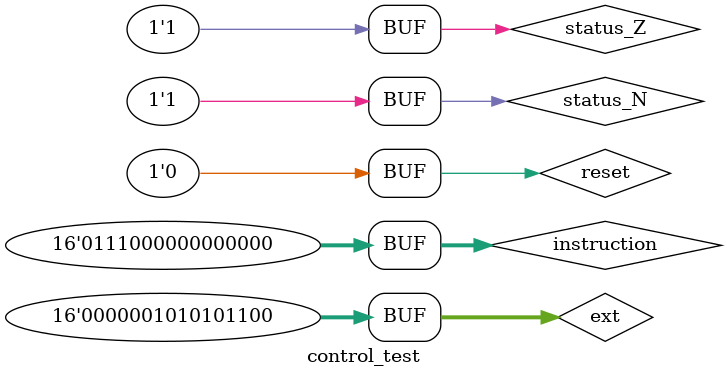
<source format=sv>
`timescale 1 ns / 10 ps

module control_test#(
    parameter OPERAND_WIDTH = 11,
    parameter INSTRUCTION_WIDTH = 16
);

	logic [INSTRUCTION_WIDTH - 1:0] instruction, ext;
    logic clock, status_Z, status_N, reset;
    logic [OPERAND_WIDTH - 1:0] address, operand;
    logic sel_B, alu_op, data_memory_wr;  
    logic acc_wr,  status_wr;
    logic acc_reset,  status_reset; 
    logic [1:0] sel_A;

	clock_generator GCLOCK(clock);
	
	control control0(
		.instruction_in(instruction), 
        .ext_in(ext),
        .clock_in(clock), 
        .status_Z_in(status_Z), 
        .status_N_in(status_N), 
        .reset_in(reset),
        .instruction_address_out(address), 
        .operand_out(operand),
        .sel_B_out(sel_B), 
        .alu_op_out(alu_op), 
        .data_memory_wr_out(data_memory_wr),  
        .acc_wr_out(acc_wr),  
        .status_wr_out(status_wr), 
        .acc_reset_out(acc_reset),  
        .status_reset_out(status_reset), 
        .sel_A_out(sel_A)
    );

	initial
	begin
		status_Z=1'b0; status_N=1'b0; reset = 1;
		ext = 16'b0000001010101100;
	
		#2 instruction = 16'b0000100000000000;//STO
		#4 instruction = 16'b0001000000000000;//LD
		#4 instruction = 16'b0001100000000001;//LDI
		#4 instruction = 16'b0010000000000010;//ADD
		#4 instruction = 16'b0010100000000101;//ADDI
		#4 instruction = 16'b0011000000000011;//SUB
		#4 instruction = 16'b0011100000011000;//SUBI
		#4 instruction = 16'b0100000000000011;//BEQ
			status_Z=1'b1;
		#4 status_Z=1'b0;
		#4 instruction = 16'b0100100000000000;//BNE
			status_Z=1'b1;
		#4 status_Z=1'b0; 
		#4 instruction = 16'b0101000000000000;//BGT
		#4 status_Z=1'b1;
		#4 status_N=1'b1;
		#4 status_Z=1'b0;
		#4 status_N=1'b0;
		#4 instruction = 16'b0101100000000000;//BGE
		#4 status_N=1'b1;
		#4 instruction = 16'b0110000000000000;//BLT
		#4 status_N=1'b0;
		#4 instruction = 16'b0110100000000000;//BLE
		#4 status_Z=1'b1;
		#4 status_N=1'b1;
		#4 instruction = 16'b0111000000000000;//JMP
		#4	reset = 1'b0;	
	end	
endmodule 
</source>
